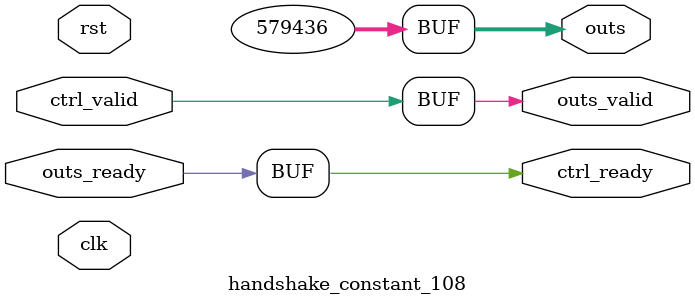
<source format=v>
`timescale 1ns / 1ps
module handshake_constant_108 #(
  parameter DATA_WIDTH = 32  // Default set to 32 bits
) (
  input                       clk,
  input                       rst,
  // Input Channel
  input                       ctrl_valid,
  output                      ctrl_ready,
  // Output Channel
  output [DATA_WIDTH - 1 : 0] outs,
  output                      outs_valid,
  input                       outs_ready
);
  assign outs       = 21'b010001101011101101100;
  assign outs_valid = ctrl_valid;
  assign ctrl_ready = outs_ready;

endmodule

</source>
